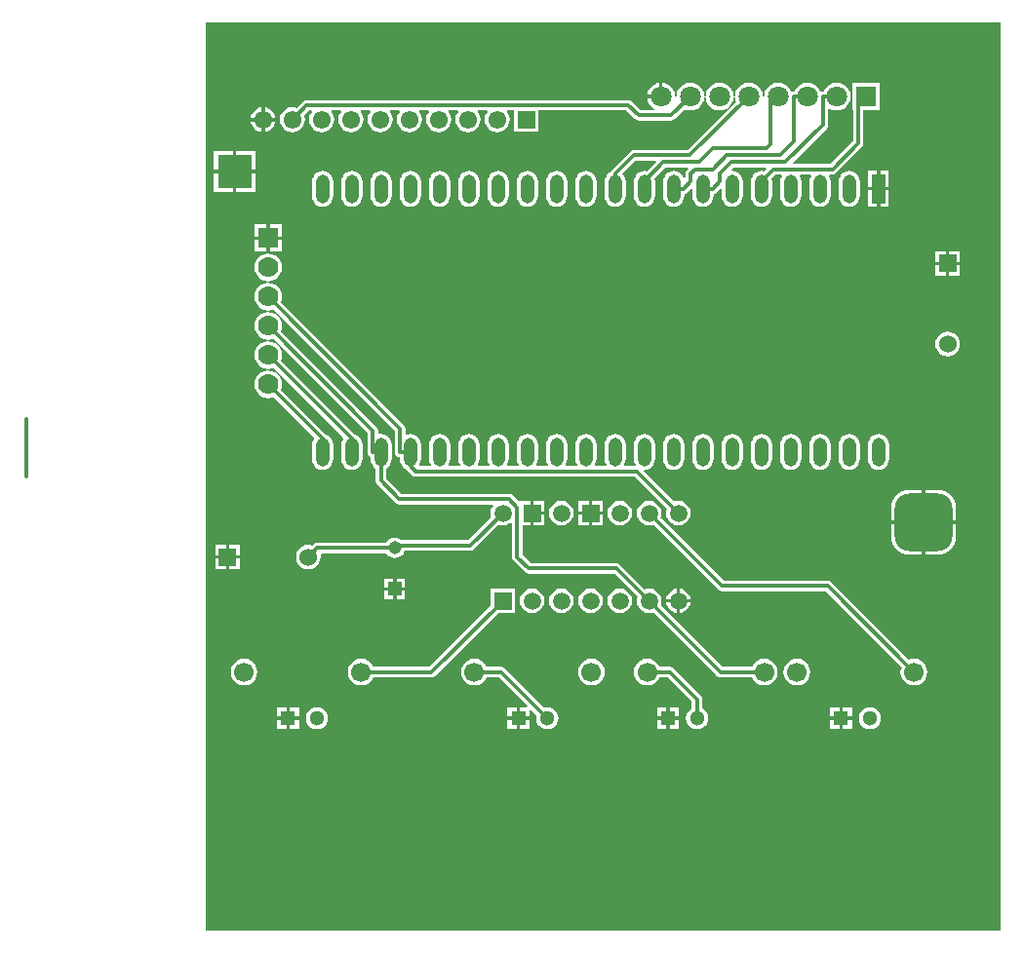
<source format=gbl>
G04 Layer_Physical_Order=2*
G04 Layer_Color=11436288*
%FSLAX25Y25*%
%MOIN*%
G70*
G01*
G75*
%ADD11C,0.01181*%
%ADD12R,0.11811X0.11811*%
G04:AMPARAMS|DCode=13|XSize=196.85mil|YSize=196.85mil|CornerRadius=49.21mil|HoleSize=0mil|Usage=FLASHONLY|Rotation=0.000|XOffset=0mil|YOffset=0mil|HoleType=Round|Shape=RoundedRectangle|*
%AMROUNDEDRECTD13*
21,1,0.19685,0.09843,0,0,0.0*
21,1,0.09843,0.19685,0,0,0.0*
1,1,0.09843,0.04921,-0.04921*
1,1,0.09843,-0.04921,-0.04921*
1,1,0.09843,-0.04921,0.04921*
1,1,0.09843,0.04921,0.04921*
%
%ADD13ROUNDEDRECTD13*%
%ADD14C,0.05118*%
%ADD15R,0.05118X0.05118*%
%ADD16C,0.07000*%
%ADD17R,0.07000X0.07000*%
%ADD18C,0.06693*%
%ADD19R,0.07087X0.07087*%
%ADD20C,0.07087*%
%ADD21C,0.06102*%
%ADD22R,0.06102X0.06102*%
%ADD23C,0.06000*%
%ADD24R,0.06000X0.06000*%
%ADD25R,0.04724X0.09843*%
%ADD26O,0.04724X0.09843*%
%ADD27R,0.05906X0.05906*%
%ADD28C,0.05906*%
%ADD29C,0.04500*%
%ADD30R,0.04500X0.04500*%
%ADD31R,0.06000X0.06000*%
G36*
X332932Y61263D02*
X61263D01*
Y371808D01*
X332932D01*
Y61263D01*
D02*
G37*
%LPC*%
G36*
X125394Y177449D02*
X122553D01*
Y174608D01*
X125394D01*
Y177449D01*
D02*
G37*
G36*
X223504Y178068D02*
Y174567D01*
X227005D01*
X226941Y175056D01*
X226524Y176061D01*
X225862Y176925D01*
X224998Y177587D01*
X223992Y178004D01*
X223504Y178068D01*
D02*
G37*
G36*
X222323D02*
X221834Y178004D01*
X220829Y177587D01*
X219965Y176925D01*
X219303Y176061D01*
X218886Y175056D01*
X218822Y174567D01*
X222323D01*
Y178068D01*
D02*
G37*
G36*
X129415Y181471D02*
X126575D01*
Y178630D01*
X129415D01*
Y181471D01*
D02*
G37*
G36*
X125394D02*
X122553D01*
Y178630D01*
X125394D01*
Y181471D01*
D02*
G37*
G36*
X129415Y177449D02*
X126575D01*
Y174608D01*
X129415D01*
Y177449D01*
D02*
G37*
G36*
X192913Y178146D02*
X191834Y178004D01*
X190829Y177587D01*
X189965Y176925D01*
X189303Y176061D01*
X188886Y175056D01*
X188744Y173976D01*
X188886Y172897D01*
X189303Y171892D01*
X189965Y171028D01*
X190829Y170366D01*
X191834Y169949D01*
X192913Y169807D01*
X193993Y169949D01*
X194998Y170366D01*
X195862Y171028D01*
X196524Y171892D01*
X196941Y172897D01*
X197083Y173976D01*
X196941Y175056D01*
X196524Y176061D01*
X195862Y176925D01*
X194998Y177587D01*
X193993Y178004D01*
X192913Y178146D01*
D02*
G37*
G36*
X182913D02*
X181834Y178004D01*
X180829Y177587D01*
X179965Y176925D01*
X179303Y176061D01*
X178886Y175056D01*
X178744Y173976D01*
X178886Y172897D01*
X179303Y171892D01*
X179965Y171028D01*
X180829Y170366D01*
X181834Y169949D01*
X182913Y169807D01*
X183993Y169949D01*
X184998Y170366D01*
X185862Y171028D01*
X186524Y171892D01*
X186941Y172897D01*
X187083Y173976D01*
X186941Y175056D01*
X186524Y176061D01*
X185862Y176925D01*
X184998Y177587D01*
X183993Y178004D01*
X182913Y178146D01*
D02*
G37*
G36*
X172913D02*
X171834Y178004D01*
X170829Y177587D01*
X169965Y176925D01*
X169302Y176061D01*
X168886Y175056D01*
X168744Y173976D01*
X168886Y172897D01*
X169302Y171892D01*
X169965Y171028D01*
X170829Y170366D01*
X171834Y169949D01*
X172913Y169807D01*
X173993Y169949D01*
X174998Y170366D01*
X175862Y171028D01*
X176524Y171892D01*
X176941Y172897D01*
X177083Y173976D01*
X176941Y175056D01*
X176524Y176061D01*
X175862Y176925D01*
X174998Y177587D01*
X173993Y178004D01*
X172913Y178146D01*
D02*
G37*
G36*
X227005Y173386D02*
X223504D01*
Y169885D01*
X223992Y169949D01*
X224998Y170366D01*
X225862Y171028D01*
X226524Y171892D01*
X226941Y172897D01*
X227005Y173386D01*
D02*
G37*
G36*
X222323D02*
X218822D01*
X218886Y172897D01*
X219303Y171892D01*
X219965Y171028D01*
X220829Y170366D01*
X221834Y169949D01*
X222323Y169885D01*
Y173386D01*
D02*
G37*
G36*
X202913Y178146D02*
X201834Y178004D01*
X200829Y177587D01*
X199965Y176925D01*
X199302Y176061D01*
X198886Y175056D01*
X198744Y173976D01*
X198886Y172897D01*
X199302Y171892D01*
X199965Y171028D01*
X200829Y170366D01*
X201834Y169949D01*
X202913Y169807D01*
X203993Y169949D01*
X204998Y170366D01*
X205862Y171028D01*
X206524Y171892D01*
X206941Y172897D01*
X207083Y173976D01*
X206941Y175056D01*
X206524Y176061D01*
X205862Y176925D01*
X204998Y177587D01*
X203993Y178004D01*
X202913Y178146D01*
D02*
G37*
G36*
X177047Y203386D02*
X173504D01*
Y199843D01*
X177047D01*
Y203386D01*
D02*
G37*
G36*
X202913Y208146D02*
X201834Y208004D01*
X200829Y207587D01*
X199965Y206925D01*
X199302Y206061D01*
X198886Y205055D01*
X198744Y203976D01*
X198886Y202897D01*
X199302Y201892D01*
X199965Y201028D01*
X200829Y200365D01*
X201834Y199949D01*
X202913Y199807D01*
X203993Y199949D01*
X204998Y200365D01*
X205862Y201028D01*
X206524Y201892D01*
X206941Y202897D01*
X207083Y203976D01*
X206941Y205055D01*
X206524Y206061D01*
X205862Y206925D01*
X204998Y207587D01*
X203993Y208004D01*
X202913Y208146D01*
D02*
G37*
G36*
X182913D02*
X181834Y208004D01*
X180829Y207587D01*
X179965Y206925D01*
X179303Y206061D01*
X178886Y205055D01*
X178744Y203976D01*
X178886Y202897D01*
X179303Y201892D01*
X179965Y201028D01*
X180829Y200365D01*
X181834Y199949D01*
X182913Y199807D01*
X183993Y199949D01*
X184998Y200365D01*
X185862Y201028D01*
X186524Y201892D01*
X186941Y202897D01*
X187083Y203976D01*
X186941Y205055D01*
X186524Y206061D01*
X185862Y206925D01*
X184998Y207587D01*
X183993Y208004D01*
X182913Y208146D01*
D02*
G37*
G36*
X306102Y211841D02*
X301772D01*
X300575Y211723D01*
X299425Y211374D01*
X298365Y210807D01*
X297436Y210045D01*
X296673Y209115D01*
X296107Y208055D01*
X295758Y206905D01*
X295640Y205709D01*
Y201378D01*
X306102D01*
Y211841D01*
D02*
G37*
G36*
X197047Y203386D02*
X193504D01*
Y199843D01*
X197047D01*
Y203386D01*
D02*
G37*
G36*
X192323D02*
X188779D01*
Y199843D01*
X192323D01*
Y203386D01*
D02*
G37*
G36*
X68307Y193157D02*
X64717D01*
Y189567D01*
X68307D01*
Y193157D01*
D02*
G37*
G36*
X73079Y188386D02*
X69488D01*
Y184795D01*
X73079D01*
Y188386D01*
D02*
G37*
G36*
X68307D02*
X64717D01*
Y184795D01*
X68307D01*
Y188386D01*
D02*
G37*
G36*
X317746Y200197D02*
X307283D01*
Y189734D01*
X311614D01*
X312810Y189852D01*
X313961Y190201D01*
X315021Y190768D01*
X315950Y191530D01*
X316713Y192459D01*
X317279Y193520D01*
X317628Y194670D01*
X317746Y195866D01*
Y200197D01*
D02*
G37*
G36*
X306102D02*
X295640D01*
Y195866D01*
X295758Y194670D01*
X296107Y193520D01*
X296673Y192459D01*
X297436Y191530D01*
X298365Y190768D01*
X299425Y190201D01*
X300575Y189852D01*
X301772Y189734D01*
X306102D01*
Y200197D01*
D02*
G37*
G36*
X73079Y193157D02*
X69488D01*
Y189567D01*
X73079D01*
Y193157D01*
D02*
G37*
G36*
X167047Y178110D02*
X158780D01*
Y172397D01*
X137795Y151413D01*
X118641D01*
X118443Y151890D01*
X117717Y152836D01*
X116771Y153561D01*
X115670Y154017D01*
X114488Y154173D01*
X113306Y154017D01*
X112205Y153561D01*
X111259Y152836D01*
X110533Y151890D01*
X110077Y150788D01*
X109922Y149606D01*
X110077Y148424D01*
X110533Y147323D01*
X111259Y146377D01*
X112205Y145652D01*
X113306Y145195D01*
X114488Y145040D01*
X115670Y145195D01*
X116771Y145652D01*
X117717Y146377D01*
X118443Y147323D01*
X118641Y147800D01*
X138543D01*
X139235Y147938D01*
X139821Y148329D01*
X161334Y169843D01*
X167047D01*
Y178110D01*
D02*
G37*
G36*
X218898Y133268D02*
X215748D01*
Y130118D01*
X218898D01*
Y133268D01*
D02*
G37*
G36*
X172047D02*
X168898D01*
Y130118D01*
X172047D01*
Y133268D01*
D02*
G37*
G36*
X167717D02*
X164567D01*
Y130118D01*
X167717D01*
Y133268D01*
D02*
G37*
G36*
X282284D02*
X279134D01*
Y130118D01*
X282284D01*
Y133268D01*
D02*
G37*
G36*
X277953D02*
X274803D01*
Y130118D01*
X277953D01*
Y133268D01*
D02*
G37*
G36*
X223228D02*
X220079D01*
Y130118D01*
X223228D01*
Y133268D01*
D02*
G37*
G36*
X212283Y154173D02*
X211102Y154017D01*
X210000Y153561D01*
X209054Y152836D01*
X208329Y151890D01*
X207872Y150788D01*
X207717Y149606D01*
X207872Y148424D01*
X208329Y147323D01*
X209054Y146377D01*
X210000Y145652D01*
X211102Y145195D01*
X212283Y145040D01*
X213465Y145195D01*
X214567Y145652D01*
X215512Y146377D01*
X216238Y147323D01*
X216436Y147800D01*
X219252D01*
X227524Y139528D01*
Y137158D01*
X227444Y137125D01*
X226663Y136526D01*
X226064Y135744D01*
X225687Y134835D01*
X225558Y133858D01*
X225687Y132882D01*
X226064Y131972D01*
X226663Y131191D01*
X227444Y130591D01*
X228354Y130214D01*
X229331Y130086D01*
X230307Y130214D01*
X231217Y130591D01*
X231998Y131191D01*
X232598Y131972D01*
X232975Y132882D01*
X233103Y133858D01*
X232975Y134835D01*
X232598Y135744D01*
X231998Y136526D01*
X231217Y137125D01*
X231137Y137158D01*
Y140276D01*
X230999Y140967D01*
X230608Y141553D01*
X221277Y150884D01*
X220691Y151275D01*
X220000Y151413D01*
X216436D01*
X216238Y151890D01*
X215512Y152836D01*
X214567Y153561D01*
X213465Y154017D01*
X212283Y154173D01*
D02*
G37*
G36*
X153228D02*
X152046Y154017D01*
X150945Y153561D01*
X149999Y152836D01*
X149273Y151890D01*
X148817Y150788D01*
X148662Y149606D01*
X148817Y148424D01*
X149273Y147323D01*
X149999Y146377D01*
X150945Y145652D01*
X152046Y145195D01*
X153228Y145040D01*
X154410Y145195D01*
X155511Y145652D01*
X156457Y146377D01*
X157183Y147323D01*
X157381Y147800D01*
X161653D01*
X171393Y138060D01*
X171202Y137598D01*
X168898D01*
Y134449D01*
X172047D01*
Y136753D01*
X172509Y136944D01*
X174539Y134914D01*
X174506Y134835D01*
X174377Y133858D01*
X174506Y132882D01*
X174883Y131972D01*
X175482Y131191D01*
X176263Y130591D01*
X177173Y130214D01*
X178150Y130086D01*
X179126Y130214D01*
X180036Y130591D01*
X180817Y131191D01*
X181417Y131972D01*
X181793Y132882D01*
X181922Y133858D01*
X181793Y134835D01*
X181417Y135744D01*
X180817Y136526D01*
X180036Y137125D01*
X179126Y137502D01*
X178150Y137631D01*
X177173Y137502D01*
X177093Y137469D01*
X163679Y150884D01*
X163093Y151275D01*
X162401Y151413D01*
X157381D01*
X157183Y151890D01*
X156457Y152836D01*
X155511Y153561D01*
X154410Y154017D01*
X153228Y154173D01*
D02*
G37*
G36*
X99410Y137631D02*
X98433Y137502D01*
X97523Y137125D01*
X96742Y136526D01*
X96143Y135744D01*
X95766Y134835D01*
X95637Y133858D01*
X95766Y132882D01*
X96143Y131972D01*
X96742Y131191D01*
X97523Y130591D01*
X98433Y130214D01*
X99410Y130086D01*
X100386Y130214D01*
X101296Y130591D01*
X102077Y131191D01*
X102677Y131972D01*
X103053Y132882D01*
X103182Y133858D01*
X103053Y134835D01*
X102677Y135744D01*
X102077Y136526D01*
X101296Y137125D01*
X100386Y137502D01*
X99410Y137631D01*
D02*
G37*
G36*
X93307Y133268D02*
X90158D01*
Y130118D01*
X93307D01*
Y133268D01*
D02*
G37*
G36*
X88976D02*
X85827D01*
Y130118D01*
X88976D01*
Y133268D01*
D02*
G37*
G36*
X288386Y137631D02*
X287409Y137502D01*
X286500Y137125D01*
X285718Y136526D01*
X285119Y135744D01*
X284742Y134835D01*
X284613Y133858D01*
X284742Y132882D01*
X285119Y131972D01*
X285718Y131191D01*
X286500Y130591D01*
X287409Y130214D01*
X288386Y130086D01*
X289362Y130214D01*
X290272Y130591D01*
X291053Y131191D01*
X291653Y131972D01*
X292030Y132882D01*
X292158Y133858D01*
X292030Y134835D01*
X291653Y135744D01*
X291053Y136526D01*
X290272Y137125D01*
X289362Y137502D01*
X288386Y137631D01*
D02*
G37*
G36*
X212913Y208146D02*
X211834Y208004D01*
X210829Y207587D01*
X209965Y206925D01*
X209302Y206061D01*
X208886Y205055D01*
X208744Y203976D01*
X208886Y202897D01*
X209302Y201892D01*
X209965Y201028D01*
X210829Y200365D01*
X211834Y199949D01*
X212913Y199807D01*
X213993Y199949D01*
X214271Y200064D01*
X236613Y177723D01*
X237198Y177331D01*
X237890Y177194D01*
X273323D01*
X299251Y151265D01*
X299054Y150788D01*
X298898Y149606D01*
X299054Y148424D01*
X299510Y147323D01*
X300236Y146377D01*
X301181Y145651D01*
X302283Y145195D01*
X303465Y145040D01*
X304646Y145195D01*
X305748Y145651D01*
X306694Y146377D01*
X307419Y147323D01*
X307876Y148424D01*
X308031Y149606D01*
X307876Y150788D01*
X307419Y151890D01*
X306694Y152835D01*
X305748Y153561D01*
X304646Y154017D01*
X303465Y154173D01*
X302283Y154017D01*
X301806Y153820D01*
X275348Y180277D01*
X274762Y180669D01*
X274071Y180806D01*
X238638D01*
X216826Y202619D01*
X216941Y202897D01*
X217083Y203976D01*
X216941Y205055D01*
X216524Y206061D01*
X215862Y206925D01*
X214998Y207587D01*
X213993Y208004D01*
X212913Y208146D01*
D02*
G37*
G36*
X263465Y154173D02*
X262283Y154017D01*
X261181Y153561D01*
X260236Y152835D01*
X259510Y151890D01*
X259054Y150788D01*
X258898Y149606D01*
X259054Y148424D01*
X259510Y147323D01*
X260236Y146377D01*
X261181Y145651D01*
X262283Y145195D01*
X263465Y145040D01*
X264647Y145195D01*
X265748Y145651D01*
X266694Y146377D01*
X267419Y147323D01*
X267876Y148424D01*
X268031Y149606D01*
X267876Y150788D01*
X267419Y151890D01*
X266694Y152835D01*
X265748Y153561D01*
X264647Y154017D01*
X263465Y154173D01*
D02*
G37*
G36*
X282284Y137598D02*
X279134D01*
Y134449D01*
X282284D01*
Y137598D01*
D02*
G37*
G36*
X82677Y272753D02*
X81455Y272592D01*
X80317Y272120D01*
X79339Y271370D01*
X78588Y270392D01*
X78117Y269254D01*
X77956Y268032D01*
X78117Y266810D01*
X78588Y265671D01*
X79339Y264693D01*
X80317Y263943D01*
X81455Y263471D01*
X82677Y263310D01*
X83899Y263471D01*
X84454Y263701D01*
X116694Y231461D01*
Y224961D01*
X116831Y224269D01*
X117223Y223683D01*
X117765Y223321D01*
Y222401D01*
X117886Y221477D01*
X118244Y220615D01*
X118812Y219874D01*
X119532Y219321D01*
Y215000D01*
X119670Y214309D01*
X120061Y213723D01*
X126261Y207523D01*
X126847Y207131D01*
X127539Y206994D01*
X159388D01*
X159634Y206494D01*
X159302Y206061D01*
X158886Y205055D01*
X158744Y203976D01*
X158886Y202897D01*
X159001Y202619D01*
X151102Y194720D01*
X128127D01*
X127715Y195036D01*
X126880Y195382D01*
X125984Y195500D01*
X125089Y195382D01*
X124254Y195036D01*
X123537Y194486D01*
X123046Y193846D01*
X99520D01*
X98828Y193708D01*
X98242Y193317D01*
X97850Y192925D01*
X97548Y193050D01*
X96457Y193194D01*
X95365Y193050D01*
X94348Y192629D01*
X93475Y191958D01*
X92804Y191085D01*
X92383Y190068D01*
X92239Y188976D01*
X92383Y187885D01*
X92804Y186868D01*
X93475Y185994D01*
X94348Y185324D01*
X95365Y184903D01*
X96457Y184759D01*
X97548Y184903D01*
X98565Y185324D01*
X99439Y185994D01*
X100109Y186868D01*
X100530Y187885D01*
X100674Y188976D01*
X100574Y189733D01*
X100968Y190233D01*
X123046D01*
X123537Y189592D01*
X124254Y189042D01*
X125089Y188697D01*
X125984Y188579D01*
X126880Y188697D01*
X127715Y189042D01*
X128431Y189592D01*
X128981Y190309D01*
X129312Y191107D01*
X151850D01*
X152542Y191244D01*
X153128Y191636D01*
X161556Y200064D01*
X161834Y199949D01*
X162913Y199807D01*
X163993Y199949D01*
X164998Y200365D01*
X165594Y200822D01*
X166094Y200576D01*
Y188976D01*
X166231Y188285D01*
X166623Y187699D01*
X170560Y183762D01*
X171146Y183370D01*
X171837Y183233D01*
X201102D01*
X209001Y175334D01*
X208886Y175056D01*
X208744Y173976D01*
X208886Y172897D01*
X209302Y171892D01*
X209965Y171028D01*
X210829Y170366D01*
X211834Y169949D01*
X212913Y169807D01*
X213993Y169949D01*
X214271Y170064D01*
X236006Y148329D01*
X236592Y147938D01*
X237283Y147800D01*
X248131D01*
X248329Y147323D01*
X249054Y146377D01*
X250000Y145652D01*
X251101Y145195D01*
X252283Y145040D01*
X253465Y145195D01*
X254567Y145652D01*
X255512Y146377D01*
X256238Y147323D01*
X256694Y148424D01*
X256850Y149606D01*
X256694Y150788D01*
X256238Y151890D01*
X255512Y152836D01*
X254567Y153561D01*
X253465Y154017D01*
X252283Y154173D01*
X251101Y154017D01*
X250000Y153561D01*
X249054Y152836D01*
X248329Y151890D01*
X248131Y151413D01*
X238032D01*
X216826Y172619D01*
X216941Y172897D01*
X217083Y173976D01*
X216941Y175056D01*
X216524Y176061D01*
X215862Y176925D01*
X214998Y177587D01*
X213993Y178004D01*
X212913Y178146D01*
X211834Y178004D01*
X211556Y177889D01*
X203128Y186317D01*
X202542Y186708D01*
X201850Y186846D01*
X172585D01*
X169706Y189725D01*
Y199843D01*
X172323D01*
Y203976D01*
Y208110D01*
X168780D01*
X168780Y208110D01*
Y208110D01*
X168324Y208031D01*
X166277Y210077D01*
X165691Y210469D01*
X165000Y210606D01*
X128287D01*
X123145Y215748D01*
Y219321D01*
X123866Y219874D01*
X124434Y220615D01*
X124791Y221477D01*
X124913Y222401D01*
Y227520D01*
X124791Y228445D01*
X124434Y229307D01*
X123866Y230047D01*
X123126Y230615D01*
X122264Y230972D01*
X121339Y231094D01*
X120806Y231024D01*
X120306Y231443D01*
Y232209D01*
X120169Y232900D01*
X119777Y233486D01*
X87008Y266255D01*
X87238Y266810D01*
X87399Y268032D01*
X87238Y269254D01*
X86766Y270392D01*
X86016Y271370D01*
X85038Y272120D01*
X83899Y272592D01*
X82677Y272753D01*
D02*
G37*
G36*
X193228Y154173D02*
X192046Y154017D01*
X190945Y153561D01*
X189999Y152836D01*
X189273Y151890D01*
X188817Y150788D01*
X188662Y149606D01*
X188817Y148424D01*
X189273Y147323D01*
X189999Y146377D01*
X190945Y145652D01*
X192046Y145195D01*
X193228Y145040D01*
X194410Y145195D01*
X195511Y145652D01*
X196457Y146377D01*
X197183Y147323D01*
X197639Y148424D01*
X197795Y149606D01*
X197639Y150788D01*
X197183Y151890D01*
X196457Y152836D01*
X195511Y153561D01*
X194410Y154017D01*
X193228Y154173D01*
D02*
G37*
G36*
X74488D02*
X73306Y154017D01*
X72205Y153561D01*
X71259Y152836D01*
X70533Y151890D01*
X70077Y150788D01*
X69922Y149606D01*
X70077Y148424D01*
X70533Y147323D01*
X71259Y146377D01*
X72205Y145652D01*
X73306Y145195D01*
X74488Y145040D01*
X75670Y145195D01*
X76771Y145652D01*
X77717Y146377D01*
X78443Y147323D01*
X78899Y148424D01*
X79055Y149606D01*
X78899Y150788D01*
X78443Y151890D01*
X77717Y152836D01*
X76771Y153561D01*
X75670Y154017D01*
X74488Y154173D01*
D02*
G37*
G36*
X167717Y137598D02*
X164567D01*
Y134449D01*
X167717D01*
Y137598D01*
D02*
G37*
G36*
X93307D02*
X90158D01*
Y134449D01*
X93307D01*
Y137598D01*
D02*
G37*
G36*
X88976D02*
X85827D01*
Y134449D01*
X88976D01*
Y137598D01*
D02*
G37*
G36*
X277953D02*
X274803D01*
Y134449D01*
X277953D01*
Y137598D01*
D02*
G37*
G36*
X223228D02*
X220079D01*
Y134449D01*
X223228D01*
Y137598D01*
D02*
G37*
G36*
X218898D02*
X215748D01*
Y134449D01*
X218898D01*
Y137598D01*
D02*
G37*
G36*
X181339Y321094D02*
X180414Y320972D01*
X179552Y320615D01*
X178812Y320047D01*
X178244Y319307D01*
X177886Y318445D01*
X177765Y317520D01*
Y312402D01*
X177886Y311476D01*
X178244Y310615D01*
X178812Y309874D01*
X179552Y309307D01*
X180414Y308949D01*
X181339Y308828D01*
X182264Y308949D01*
X183125Y309307D01*
X183866Y309874D01*
X184434Y310615D01*
X184791Y311476D01*
X184913Y312402D01*
Y317520D01*
X184791Y318445D01*
X184434Y319307D01*
X183866Y320047D01*
X183125Y320615D01*
X182264Y320972D01*
X181339Y321094D01*
D02*
G37*
G36*
X171339D02*
X170414Y320972D01*
X169552Y320615D01*
X168812Y320047D01*
X168244Y319307D01*
X167886Y318445D01*
X167765Y317520D01*
Y312402D01*
X167886Y311476D01*
X168244Y310615D01*
X168812Y309874D01*
X169552Y309307D01*
X170414Y308949D01*
X171339Y308828D01*
X172264Y308949D01*
X173126Y309307D01*
X173866Y309874D01*
X174434Y310615D01*
X174791Y311476D01*
X174913Y312402D01*
Y317520D01*
X174791Y318445D01*
X174434Y319307D01*
X173866Y320047D01*
X173126Y320615D01*
X172264Y320972D01*
X171339Y321094D01*
D02*
G37*
G36*
X161339D02*
X160414Y320972D01*
X159552Y320615D01*
X158811Y320047D01*
X158244Y319307D01*
X157887Y318445D01*
X157765Y317520D01*
Y312402D01*
X157887Y311476D01*
X158244Y310615D01*
X158811Y309874D01*
X159552Y309307D01*
X160414Y308949D01*
X161339Y308828D01*
X162264Y308949D01*
X163126Y309307D01*
X163866Y309874D01*
X164434Y310615D01*
X164791Y311476D01*
X164912Y312402D01*
Y317520D01*
X164791Y318445D01*
X164434Y319307D01*
X163866Y320047D01*
X163126Y320615D01*
X162264Y320972D01*
X161339Y321094D01*
D02*
G37*
G36*
X290748Y314370D02*
X287795D01*
Y308858D01*
X290748D01*
Y314370D01*
D02*
G37*
G36*
X281339Y321094D02*
X280414Y320972D01*
X279552Y320615D01*
X278812Y320047D01*
X278243Y319307D01*
X277887Y318445D01*
X277765Y317520D01*
Y312402D01*
X277887Y311476D01*
X278243Y310615D01*
X278812Y309874D01*
X279552Y309307D01*
X280414Y308949D01*
X281339Y308828D01*
X282264Y308949D01*
X283125Y309307D01*
X283866Y309874D01*
X284434Y310615D01*
X284791Y311476D01*
X284912Y312402D01*
Y317520D01*
X284791Y318445D01*
X284434Y319307D01*
X283866Y320047D01*
X283125Y320615D01*
X282264Y320972D01*
X281339Y321094D01*
D02*
G37*
G36*
X191339D02*
X190414Y320972D01*
X189552Y320615D01*
X188812Y320047D01*
X188243Y319307D01*
X187887Y318445D01*
X187765Y317520D01*
Y312402D01*
X187887Y311476D01*
X188243Y310615D01*
X188812Y309874D01*
X189552Y309307D01*
X190414Y308949D01*
X191339Y308828D01*
X192264Y308949D01*
X193125Y309307D01*
X193866Y309874D01*
X194434Y310615D01*
X194791Y311476D01*
X194913Y312402D01*
Y317520D01*
X194791Y318445D01*
X194434Y319307D01*
X193866Y320047D01*
X193125Y320615D01*
X192264Y320972D01*
X191339Y321094D01*
D02*
G37*
G36*
X121339D02*
X120414Y320972D01*
X119552Y320615D01*
X118812Y320047D01*
X118244Y319307D01*
X117886Y318445D01*
X117765Y317520D01*
Y312402D01*
X117886Y311476D01*
X118244Y310615D01*
X118812Y309874D01*
X119552Y309307D01*
X120414Y308949D01*
X121339Y308828D01*
X122264Y308949D01*
X123126Y309307D01*
X123866Y309874D01*
X124434Y310615D01*
X124791Y311476D01*
X124913Y312402D01*
Y317520D01*
X124791Y318445D01*
X124434Y319307D01*
X123866Y320047D01*
X123126Y320615D01*
X122264Y320972D01*
X121339Y321094D01*
D02*
G37*
G36*
X111339D02*
X110414Y320972D01*
X109552Y320615D01*
X108811Y320047D01*
X108244Y319307D01*
X107887Y318445D01*
X107765Y317520D01*
Y312402D01*
X107887Y311476D01*
X108244Y310615D01*
X108811Y309874D01*
X109552Y309307D01*
X110414Y308949D01*
X111339Y308828D01*
X112264Y308949D01*
X113126Y309307D01*
X113866Y309874D01*
X114434Y310615D01*
X114791Y311476D01*
X114912Y312402D01*
Y317520D01*
X114791Y318445D01*
X114434Y319307D01*
X113866Y320047D01*
X113126Y320615D01*
X112264Y320972D01*
X111339Y321094D01*
D02*
G37*
G36*
X101339D02*
X100414Y320972D01*
X99552Y320615D01*
X98812Y320047D01*
X98243Y319307D01*
X97887Y318445D01*
X97765Y317520D01*
Y312402D01*
X97887Y311476D01*
X98243Y310615D01*
X98812Y309874D01*
X99552Y309307D01*
X100414Y308949D01*
X101339Y308828D01*
X102264Y308949D01*
X103126Y309307D01*
X103866Y309874D01*
X104434Y310615D01*
X104791Y311476D01*
X104912Y312402D01*
Y317520D01*
X104791Y318445D01*
X104434Y319307D01*
X103866Y320047D01*
X103126Y320615D01*
X102264Y320972D01*
X101339Y321094D01*
D02*
G37*
G36*
X151339D02*
X150414Y320972D01*
X149552Y320615D01*
X148811Y320047D01*
X148243Y319307D01*
X147887Y318445D01*
X147765Y317520D01*
Y312402D01*
X147887Y311476D01*
X148243Y310615D01*
X148811Y309874D01*
X149552Y309307D01*
X150414Y308949D01*
X151339Y308828D01*
X152264Y308949D01*
X153126Y309307D01*
X153866Y309874D01*
X154434Y310615D01*
X154791Y311476D01*
X154912Y312402D01*
Y317520D01*
X154791Y318445D01*
X154434Y319307D01*
X153866Y320047D01*
X153126Y320615D01*
X152264Y320972D01*
X151339Y321094D01*
D02*
G37*
G36*
X141339D02*
X140414Y320972D01*
X139552Y320615D01*
X138812Y320047D01*
X138243Y319307D01*
X137887Y318445D01*
X137765Y317520D01*
Y312402D01*
X137887Y311476D01*
X138243Y310615D01*
X138812Y309874D01*
X139552Y309307D01*
X140414Y308949D01*
X141339Y308828D01*
X142264Y308949D01*
X143125Y309307D01*
X143866Y309874D01*
X144434Y310615D01*
X144791Y311476D01*
X144913Y312402D01*
Y317520D01*
X144791Y318445D01*
X144434Y319307D01*
X143866Y320047D01*
X143125Y320615D01*
X142264Y320972D01*
X141339Y321094D01*
D02*
G37*
G36*
X131339D02*
X130414Y320972D01*
X129552Y320615D01*
X128812Y320047D01*
X128244Y319307D01*
X127886Y318445D01*
X127765Y317520D01*
Y312402D01*
X127886Y311476D01*
X128244Y310615D01*
X128812Y309874D01*
X129552Y309307D01*
X130414Y308949D01*
X131339Y308828D01*
X132264Y308949D01*
X133125Y309307D01*
X133866Y309874D01*
X134434Y310615D01*
X134791Y311476D01*
X134913Y312402D01*
Y317520D01*
X134791Y318445D01*
X134434Y319307D01*
X133866Y320047D01*
X133125Y320615D01*
X132264Y320972D01*
X131339Y321094D01*
D02*
G37*
G36*
X294882Y314370D02*
X291929D01*
Y308858D01*
X294882D01*
Y314370D01*
D02*
G37*
G36*
X80394Y342774D02*
X79879Y342706D01*
X78850Y342280D01*
X77966Y341601D01*
X77287Y340717D01*
X76861Y339687D01*
X76793Y339173D01*
X80394D01*
Y342774D01*
D02*
G37*
G36*
X85175Y337992D02*
X81575D01*
Y334392D01*
X82089Y334459D01*
X83119Y334886D01*
X84003Y335564D01*
X84681Y336448D01*
X85107Y337478D01*
X85175Y337992D01*
D02*
G37*
G36*
X80394D02*
X76793D01*
X76861Y337478D01*
X77287Y336448D01*
X77966Y335564D01*
X78850Y334886D01*
X79879Y334459D01*
X80394Y334392D01*
Y337992D01*
D02*
G37*
G36*
X276969Y351222D02*
X275735Y351059D01*
X274586Y350583D01*
X273599Y349826D01*
X272842Y348839D01*
X272603Y348263D01*
X272300D01*
X271609Y348126D01*
X271360Y348201D01*
X271095Y348839D01*
X270338Y349826D01*
X269351Y350583D01*
X268202Y351059D01*
X266969Y351222D01*
X265735Y351059D01*
X264586Y350583D01*
X263599Y349826D01*
X262842Y348839D01*
X262603Y348263D01*
X262300D01*
X261609Y348126D01*
X261360Y348201D01*
X261095Y348839D01*
X260338Y349826D01*
X259351Y350583D01*
X258202Y351059D01*
X256969Y351222D01*
X255735Y351059D01*
X254586Y350583D01*
X253599Y349826D01*
X252842Y348839D01*
X252366Y347690D01*
X252250Y346813D01*
Y346813D01*
X252221Y346588D01*
X252218D01*
X252202D01*
X252172D01*
X251765D01*
X251736Y346588D01*
X251719Y346588D01*
X251716D01*
X251687Y346813D01*
Y346813D01*
X251571Y347690D01*
X251095Y348839D01*
X250338Y349826D01*
X249351Y350583D01*
X248202Y351059D01*
X246969Y351222D01*
X245735Y351059D01*
X244586Y350583D01*
X243599Y349826D01*
X242842Y348839D01*
X242366Y347690D01*
X242250Y346813D01*
Y346813D01*
X242221Y346588D01*
X242218D01*
X242201D01*
X242173D01*
X241765D01*
X241736Y346588D01*
X241719Y346588D01*
X241717D01*
X241687Y346813D01*
Y346813D01*
X241571Y347690D01*
X241095Y348839D01*
X240338Y349826D01*
X239351Y350583D01*
X238202Y351059D01*
X236969Y351222D01*
X235735Y351059D01*
X234586Y350583D01*
X233599Y349826D01*
X232842Y348839D01*
X232366Y347690D01*
X232250Y346813D01*
Y346813D01*
X232221Y346588D01*
X232218D01*
X232202D01*
X232172D01*
X231765D01*
X231736Y346588D01*
X231719Y346588D01*
X231716D01*
X231687Y346813D01*
Y346813D01*
X231571Y347690D01*
X231095Y348839D01*
X230338Y349826D01*
X229351Y350583D01*
X228202Y351059D01*
X226969Y351222D01*
X225735Y351059D01*
X224586Y350583D01*
X223599Y349826D01*
X222842Y348839D01*
X222366Y347690D01*
X222250Y346813D01*
Y346813D01*
X222221Y346588D01*
X222218D01*
X222201D01*
X222172D01*
X221765D01*
X221736Y346588D01*
X221719Y346588D01*
X221716D01*
X221687Y346813D01*
Y346813D01*
X221571Y347690D01*
X221095Y348839D01*
X220338Y349826D01*
X219351Y350583D01*
X218202Y351059D01*
X217559Y351144D01*
Y346457D01*
X216969D01*
Y345866D01*
X212281D01*
X212366Y345223D01*
X212842Y344074D01*
X213599Y343087D01*
X214586Y342330D01*
X214643Y342306D01*
X214543Y341806D01*
X210060D01*
X207089Y344777D01*
X206503Y345169D01*
X205812Y345306D01*
X95902D01*
X95210Y345169D01*
X94624Y344777D01*
X92417Y342570D01*
X92089Y342706D01*
X90984Y342851D01*
X89879Y342706D01*
X88850Y342280D01*
X87966Y341601D01*
X87287Y340717D01*
X86861Y339687D01*
X86715Y338583D01*
X86861Y337478D01*
X87287Y336448D01*
X87966Y335564D01*
X88850Y334886D01*
X89879Y334459D01*
X90984Y334314D01*
X92089Y334459D01*
X93119Y334886D01*
X94003Y335564D01*
X94681Y336448D01*
X95108Y337478D01*
X95253Y338583D01*
X95108Y339687D01*
X94972Y340016D01*
X96650Y341694D01*
X97407D01*
X97653Y341194D01*
X97287Y340717D01*
X96861Y339687D01*
X96715Y338583D01*
X96861Y337478D01*
X97287Y336448D01*
X97966Y335564D01*
X98850Y334886D01*
X99879Y334459D01*
X100984Y334314D01*
X102089Y334459D01*
X103119Y334886D01*
X104003Y335564D01*
X104681Y336448D01*
X105107Y337478D01*
X105253Y338583D01*
X105107Y339687D01*
X104681Y340717D01*
X104315Y341194D01*
X104562Y341694D01*
X107406D01*
X107653Y341194D01*
X107287Y340717D01*
X106861Y339687D01*
X106715Y338583D01*
X106861Y337478D01*
X107287Y336448D01*
X107966Y335564D01*
X108850Y334886D01*
X109879Y334459D01*
X110984Y334314D01*
X112089Y334459D01*
X113119Y334886D01*
X114003Y335564D01*
X114681Y336448D01*
X115108Y337478D01*
X115253Y338583D01*
X115108Y339687D01*
X114681Y340717D01*
X114315Y341194D01*
X114562Y341694D01*
X117406D01*
X117653Y341194D01*
X117287Y340717D01*
X116861Y339687D01*
X116715Y338583D01*
X116861Y337478D01*
X117287Y336448D01*
X117966Y335564D01*
X118850Y334886D01*
X119879Y334459D01*
X120984Y334314D01*
X122089Y334459D01*
X123119Y334886D01*
X124003Y335564D01*
X124681Y336448D01*
X125108Y337478D01*
X125253Y338583D01*
X125108Y339687D01*
X124681Y340717D01*
X124315Y341194D01*
X124562Y341694D01*
X127407D01*
X127653Y341194D01*
X127287Y340717D01*
X126861Y339687D01*
X126715Y338583D01*
X126861Y337478D01*
X127287Y336448D01*
X127966Y335564D01*
X128850Y334886D01*
X129879Y334459D01*
X130984Y334314D01*
X132089Y334459D01*
X133119Y334886D01*
X134003Y335564D01*
X134681Y336448D01*
X135108Y337478D01*
X135253Y338583D01*
X135108Y339687D01*
X134681Y340717D01*
X134315Y341194D01*
X134562Y341694D01*
X137407D01*
X137653Y341194D01*
X137287Y340717D01*
X136861Y339687D01*
X136715Y338583D01*
X136861Y337478D01*
X137287Y336448D01*
X137966Y335564D01*
X138850Y334886D01*
X139879Y334459D01*
X140984Y334314D01*
X142089Y334459D01*
X143119Y334886D01*
X144003Y335564D01*
X144681Y336448D01*
X145107Y337478D01*
X145253Y338583D01*
X145107Y339687D01*
X144681Y340717D01*
X144315Y341194D01*
X144562Y341694D01*
X147406D01*
X147653Y341194D01*
X147287Y340717D01*
X146861Y339687D01*
X146715Y338583D01*
X146861Y337478D01*
X147287Y336448D01*
X147966Y335564D01*
X148850Y334886D01*
X149879Y334459D01*
X150984Y334314D01*
X152089Y334459D01*
X153119Y334886D01*
X154003Y335564D01*
X154681Y336448D01*
X155107Y337478D01*
X155253Y338583D01*
X155107Y339687D01*
X154681Y340717D01*
X154315Y341194D01*
X154562Y341694D01*
X157406D01*
X157653Y341194D01*
X157287Y340717D01*
X156861Y339687D01*
X156715Y338583D01*
X156861Y337478D01*
X157287Y336448D01*
X157966Y335564D01*
X158850Y334886D01*
X159879Y334459D01*
X160984Y334314D01*
X162089Y334459D01*
X163119Y334886D01*
X164003Y335564D01*
X164681Y336448D01*
X165108Y337478D01*
X165253Y338583D01*
X165108Y339687D01*
X164681Y340717D01*
X164315Y341194D01*
X164562Y341694D01*
X166752D01*
Y334350D01*
X175216D01*
Y341694D01*
X205064D01*
X208035Y338723D01*
X208621Y338331D01*
X209312Y338194D01*
X220512D01*
X221203Y338331D01*
X221789Y338723D01*
X225159Y342092D01*
X225735Y341854D01*
X226969Y341691D01*
X228202Y341854D01*
X229351Y342330D01*
X230338Y343087D01*
X231095Y344074D01*
X231571Y345223D01*
X231687Y346100D01*
Y346100D01*
X231716Y346325D01*
X231719D01*
X231736D01*
X231765D01*
X232172D01*
X232202Y346325D01*
X232218Y346325D01*
X232221D01*
X232250Y346100D01*
Y346100D01*
X232366Y345223D01*
X232842Y344074D01*
X233599Y343087D01*
X234586Y342330D01*
X235735Y341854D01*
X236969Y341691D01*
X238202Y341854D01*
X239351Y342330D01*
X240338Y343087D01*
X241095Y344074D01*
X241571Y345223D01*
X241687Y346100D01*
Y346100D01*
X241717Y346325D01*
X241719D01*
X241736D01*
X241765D01*
X242173D01*
X242201Y346325D01*
X242218Y346325D01*
X242221D01*
X242250Y346100D01*
Y346100D01*
X242366Y345223D01*
X242604Y344647D01*
X226142Y328184D01*
X207717D01*
X207025Y328047D01*
X206439Y327655D01*
X200061Y321277D01*
X199670Y320691D01*
X199664Y320661D01*
X199552Y320615D01*
X198811Y320047D01*
X198243Y319307D01*
X197887Y318445D01*
X197765Y317520D01*
Y312402D01*
X197887Y311476D01*
X198243Y310615D01*
X198811Y309874D01*
X199552Y309307D01*
X200414Y308949D01*
X201339Y308828D01*
X202264Y308949D01*
X203126Y309307D01*
X203866Y309874D01*
X204434Y310615D01*
X204791Y311476D01*
X204912Y312402D01*
Y317520D01*
X204791Y318445D01*
X204434Y319307D01*
X203898Y320005D01*
X208465Y324572D01*
X215202D01*
X215394Y324110D01*
X212257Y320973D01*
X211339Y321094D01*
X210414Y320972D01*
X209552Y320615D01*
X208811Y320047D01*
X208243Y319307D01*
X207887Y318445D01*
X207765Y317520D01*
Y312402D01*
X207887Y311476D01*
X208243Y310615D01*
X208811Y309874D01*
X209552Y309307D01*
X210414Y308949D01*
X211339Y308828D01*
X212264Y308949D01*
X213125Y309307D01*
X213866Y309874D01*
X214434Y310615D01*
X214791Y311476D01*
X214913Y312402D01*
Y317520D01*
X214796Y318403D01*
X218603Y322209D01*
X226098D01*
X226289Y321747D01*
X225923Y321381D01*
X225531Y320795D01*
X225394Y320104D01*
Y318629D01*
X225269Y318540D01*
X225237Y318533D01*
X224674Y318728D01*
X224434Y319307D01*
X223866Y320047D01*
X223126Y320615D01*
X222264Y320972D01*
X221339Y321094D01*
X220414Y320972D01*
X219552Y320615D01*
X218811Y320047D01*
X218244Y319307D01*
X217886Y318445D01*
X217765Y317520D01*
Y312402D01*
X217886Y311476D01*
X218244Y310615D01*
X218811Y309874D01*
X219552Y309307D01*
X220414Y308949D01*
X221339Y308828D01*
X222264Y308949D01*
X223126Y309307D01*
X223866Y309874D01*
X224434Y310615D01*
X224791Y311476D01*
X224913Y312402D01*
Y313156D01*
X225291Y313231D01*
X225877Y313623D01*
X227303Y315048D01*
X227765Y314857D01*
Y312402D01*
X227887Y311476D01*
X228243Y310615D01*
X228812Y309874D01*
X229552Y309307D01*
X230414Y308949D01*
X231339Y308828D01*
X232264Y308949D01*
X233125Y309307D01*
X233866Y309874D01*
X234434Y310615D01*
X234791Y311476D01*
X234912Y312402D01*
Y313156D01*
X235291Y313231D01*
X235877Y313623D01*
X237303Y315048D01*
X237765Y314857D01*
Y312402D01*
X237887Y311476D01*
X238244Y310615D01*
X238811Y309874D01*
X239552Y309307D01*
X240414Y308949D01*
X241339Y308828D01*
X242264Y308949D01*
X243126Y309307D01*
X243866Y309874D01*
X244434Y310615D01*
X244791Y311476D01*
X244913Y312402D01*
Y317520D01*
X244791Y318445D01*
X244434Y319307D01*
X243866Y320047D01*
X243126Y320615D01*
X242264Y320972D01*
X241439Y321080D01*
X241180Y321529D01*
X241860Y322209D01*
X252840D01*
X253031Y321747D01*
X252257Y320973D01*
X251339Y321094D01*
X250414Y320972D01*
X249552Y320615D01*
X248812Y320047D01*
X248243Y319307D01*
X247886Y318445D01*
X247765Y317520D01*
Y312402D01*
X247886Y311476D01*
X248243Y310615D01*
X248812Y309874D01*
X249552Y309307D01*
X250414Y308949D01*
X251339Y308828D01*
X252264Y308949D01*
X253126Y309307D01*
X253866Y309874D01*
X254434Y310615D01*
X254791Y311476D01*
X254912Y312402D01*
Y317520D01*
X254796Y318403D01*
X256240Y319847D01*
X258093D01*
X258314Y319399D01*
X258243Y319307D01*
X257887Y318445D01*
X257765Y317520D01*
Y312402D01*
X257887Y311476D01*
X258243Y310615D01*
X258811Y309874D01*
X259552Y309307D01*
X260414Y308949D01*
X261339Y308828D01*
X262264Y308949D01*
X263125Y309307D01*
X263866Y309874D01*
X264434Y310615D01*
X264791Y311476D01*
X264913Y312402D01*
Y317520D01*
X264791Y318445D01*
X264434Y319307D01*
X264363Y319399D01*
X264584Y319847D01*
X268093D01*
X268314Y319399D01*
X268244Y319307D01*
X267886Y318445D01*
X267765Y317520D01*
Y312402D01*
X267886Y311476D01*
X268244Y310615D01*
X268811Y309874D01*
X269552Y309307D01*
X270414Y308949D01*
X271339Y308828D01*
X272264Y308949D01*
X273126Y309307D01*
X273866Y309874D01*
X274434Y310615D01*
X274791Y311476D01*
X274913Y312402D01*
Y317520D01*
X274791Y318445D01*
X274434Y319307D01*
X274363Y319399D01*
X274584Y319847D01*
X275600D01*
X276291Y319985D01*
X276877Y320376D01*
X285677Y329176D01*
X286069Y329762D01*
X286206Y330454D01*
Y341732D01*
X291693D01*
Y351181D01*
X282244D01*
Y341732D01*
X282594D01*
Y331202D01*
X274852Y323460D01*
X262214D01*
X262023Y323922D01*
X273577Y335476D01*
X273969Y336062D01*
X274106Y336754D01*
Y342133D01*
X274555Y342354D01*
X274586Y342330D01*
X275735Y341854D01*
X276969Y341691D01*
X278202Y341854D01*
X279351Y342330D01*
X280338Y343087D01*
X281095Y344074D01*
X281571Y345223D01*
X281734Y346457D01*
X281571Y347690D01*
X281095Y348839D01*
X280338Y349826D01*
X279351Y350583D01*
X278202Y351059D01*
X276969Y351222D01*
D02*
G37*
G36*
X216378Y351144D02*
X215735Y351059D01*
X214586Y350583D01*
X213599Y349826D01*
X212842Y348839D01*
X212366Y347690D01*
X212281Y347047D01*
X216378D01*
Y351144D01*
D02*
G37*
G36*
X81575Y342774D02*
Y339173D01*
X85175D01*
X85107Y339687D01*
X84681Y340717D01*
X84003Y341601D01*
X83119Y342280D01*
X82089Y342706D01*
X81575Y342774D01*
D02*
G37*
G36*
X290748Y321063D02*
X287795D01*
Y315551D01*
X290748D01*
Y321063D01*
D02*
G37*
G36*
X78347Y320276D02*
X71850D01*
Y313779D01*
X78347D01*
Y320276D01*
D02*
G37*
G36*
X70669D02*
X64173D01*
Y313779D01*
X70669D01*
Y320276D01*
D02*
G37*
G36*
X78347Y327953D02*
X71850D01*
Y321457D01*
X78347D01*
Y327953D01*
D02*
G37*
G36*
X70669D02*
X64173D01*
Y321457D01*
X70669D01*
Y327953D01*
D02*
G37*
G36*
X294882Y321063D02*
X291929D01*
Y315551D01*
X294882D01*
Y321063D01*
D02*
G37*
G36*
X231339Y231094D02*
X230414Y230972D01*
X229552Y230615D01*
X228812Y230047D01*
X228243Y229307D01*
X227887Y228445D01*
X227765Y227520D01*
Y222401D01*
X227887Y221477D01*
X228243Y220615D01*
X228812Y219874D01*
X229552Y219306D01*
X230414Y218949D01*
X231339Y218828D01*
X232264Y218949D01*
X233125Y219306D01*
X233866Y219874D01*
X234434Y220615D01*
X234791Y221477D01*
X234912Y222401D01*
Y227520D01*
X234791Y228445D01*
X234434Y229307D01*
X233866Y230047D01*
X233125Y230615D01*
X232264Y230972D01*
X231339Y231094D01*
D02*
G37*
G36*
X221339D02*
X220414Y230972D01*
X219552Y230615D01*
X218811Y230047D01*
X218244Y229307D01*
X217886Y228445D01*
X217765Y227520D01*
Y222401D01*
X217886Y221477D01*
X218244Y220615D01*
X218811Y219874D01*
X219552Y219306D01*
X220414Y218949D01*
X221339Y218828D01*
X222264Y218949D01*
X223126Y219306D01*
X223866Y219874D01*
X224434Y220615D01*
X224791Y221477D01*
X224913Y222401D01*
Y227520D01*
X224791Y228445D01*
X224434Y229307D01*
X223866Y230047D01*
X223126Y230615D01*
X222264Y230972D01*
X221339Y231094D01*
D02*
G37*
G36*
X82677Y282753D02*
X81455Y282592D01*
X80317Y282120D01*
X79339Y281370D01*
X78588Y280392D01*
X78117Y279254D01*
X77956Y278032D01*
X78117Y276810D01*
X78588Y275671D01*
X79339Y274693D01*
X80317Y273943D01*
X81455Y273471D01*
X82677Y273310D01*
X83899Y273471D01*
X84454Y273701D01*
X125994Y232161D01*
Y224961D01*
X126131Y224269D01*
X126523Y223683D01*
X127109Y223292D01*
X127765Y223161D01*
Y222401D01*
X127886Y221477D01*
X128244Y220615D01*
X128812Y219874D01*
X129552Y219306D01*
X129717Y219238D01*
X130061Y218723D01*
X131861Y216923D01*
X132447Y216531D01*
X133139Y216394D01*
X207942D01*
X219001Y205334D01*
X218886Y205055D01*
X218744Y203976D01*
X218886Y202897D01*
X219303Y201892D01*
X219965Y201028D01*
X220829Y200365D01*
X221834Y199949D01*
X222913Y199807D01*
X223992Y199949D01*
X224998Y200365D01*
X225862Y201028D01*
X226524Y201892D01*
X226941Y202897D01*
X227083Y203976D01*
X226941Y205055D01*
X226524Y206061D01*
X225862Y206925D01*
X224998Y207587D01*
X223992Y208004D01*
X222913Y208146D01*
X221834Y208004D01*
X221556Y207889D01*
X211057Y218387D01*
X211278Y218836D01*
X211339Y218828D01*
X212264Y218949D01*
X213125Y219306D01*
X213866Y219874D01*
X214434Y220615D01*
X214791Y221477D01*
X214913Y222401D01*
Y227520D01*
X214791Y228445D01*
X214434Y229307D01*
X213866Y230047D01*
X213125Y230615D01*
X212264Y230972D01*
X211339Y231094D01*
X210414Y230972D01*
X209552Y230615D01*
X208811Y230047D01*
X208243Y229307D01*
X207887Y228445D01*
X207765Y227520D01*
Y222401D01*
X207887Y221477D01*
X208243Y220615D01*
X208327Y220506D01*
X208080Y220006D01*
X204532D01*
X204311Y220455D01*
X204434Y220615D01*
X204791Y221477D01*
X204912Y222401D01*
Y227520D01*
X204791Y228445D01*
X204434Y229307D01*
X203866Y230047D01*
X203126Y230615D01*
X202264Y230972D01*
X201339Y231094D01*
X200414Y230972D01*
X199552Y230615D01*
X198811Y230047D01*
X198243Y229307D01*
X197887Y228445D01*
X197765Y227520D01*
Y222401D01*
X197887Y221477D01*
X198243Y220615D01*
X198366Y220455D01*
X198145Y220006D01*
X194532D01*
X194311Y220455D01*
X194434Y220615D01*
X194791Y221477D01*
X194913Y222401D01*
Y227520D01*
X194791Y228445D01*
X194434Y229307D01*
X193866Y230047D01*
X193125Y230615D01*
X192264Y230972D01*
X191339Y231094D01*
X190414Y230972D01*
X189552Y230615D01*
X188812Y230047D01*
X188243Y229307D01*
X187887Y228445D01*
X187765Y227520D01*
Y222401D01*
X187887Y221477D01*
X188243Y220615D01*
X188366Y220455D01*
X188145Y220006D01*
X184532D01*
X184311Y220455D01*
X184434Y220615D01*
X184791Y221477D01*
X184913Y222401D01*
Y227520D01*
X184791Y228445D01*
X184434Y229307D01*
X183866Y230047D01*
X183125Y230615D01*
X182264Y230972D01*
X181339Y231094D01*
X180414Y230972D01*
X179552Y230615D01*
X178812Y230047D01*
X178244Y229307D01*
X177886Y228445D01*
X177765Y227520D01*
Y222401D01*
X177886Y221477D01*
X178244Y220615D01*
X178366Y220455D01*
X178145Y220006D01*
X174532D01*
X174311Y220455D01*
X174434Y220615D01*
X174791Y221477D01*
X174913Y222401D01*
Y227520D01*
X174791Y228445D01*
X174434Y229307D01*
X173866Y230047D01*
X173126Y230615D01*
X172264Y230972D01*
X171339Y231094D01*
X170414Y230972D01*
X169552Y230615D01*
X168812Y230047D01*
X168244Y229307D01*
X167886Y228445D01*
X167765Y227520D01*
Y222401D01*
X167886Y221477D01*
X168244Y220615D01*
X168366Y220455D01*
X168145Y220006D01*
X164532D01*
X164311Y220455D01*
X164434Y220615D01*
X164791Y221477D01*
X164912Y222401D01*
Y227520D01*
X164791Y228445D01*
X164434Y229307D01*
X163866Y230047D01*
X163126Y230615D01*
X162264Y230972D01*
X161339Y231094D01*
X160414Y230972D01*
X159552Y230615D01*
X158811Y230047D01*
X158244Y229307D01*
X157887Y228445D01*
X157765Y227520D01*
Y222401D01*
X157887Y221477D01*
X158244Y220615D01*
X158366Y220455D01*
X158145Y220006D01*
X154532D01*
X154311Y220455D01*
X154434Y220615D01*
X154791Y221477D01*
X154912Y222401D01*
Y227520D01*
X154791Y228445D01*
X154434Y229307D01*
X153866Y230047D01*
X153126Y230615D01*
X152264Y230972D01*
X151339Y231094D01*
X150414Y230972D01*
X149552Y230615D01*
X148811Y230047D01*
X148243Y229307D01*
X147887Y228445D01*
X147765Y227520D01*
Y222401D01*
X147887Y221477D01*
X148243Y220615D01*
X148366Y220455D01*
X148145Y220006D01*
X144532D01*
X144311Y220455D01*
X144434Y220615D01*
X144791Y221477D01*
X144913Y222401D01*
Y227520D01*
X144791Y228445D01*
X144434Y229307D01*
X143866Y230047D01*
X143125Y230615D01*
X142264Y230972D01*
X141339Y231094D01*
X140414Y230972D01*
X139552Y230615D01*
X138812Y230047D01*
X138243Y229307D01*
X137887Y228445D01*
X137765Y227520D01*
Y222401D01*
X137887Y221477D01*
X138243Y220615D01*
X138366Y220455D01*
X138145Y220006D01*
X134532D01*
X134311Y220455D01*
X134434Y220615D01*
X134791Y221477D01*
X134913Y222401D01*
Y227520D01*
X134791Y228445D01*
X134434Y229307D01*
X133866Y230047D01*
X133125Y230615D01*
X132264Y230972D01*
X131339Y231094D01*
X130414Y230972D01*
X130022Y230810D01*
X129606Y231087D01*
Y232909D01*
X129469Y233600D01*
X129077Y234186D01*
X87008Y276255D01*
X87238Y276810D01*
X87399Y278032D01*
X87238Y279254D01*
X86766Y280392D01*
X86016Y281370D01*
X85038Y282120D01*
X83899Y282592D01*
X82677Y282753D01*
D02*
G37*
G36*
X261339Y231094D02*
X260414Y230972D01*
X259552Y230615D01*
X258811Y230047D01*
X258243Y229307D01*
X257887Y228445D01*
X257765Y227520D01*
Y222401D01*
X257887Y221477D01*
X258243Y220615D01*
X258811Y219874D01*
X259552Y219306D01*
X260414Y218949D01*
X261339Y218828D01*
X262264Y218949D01*
X263125Y219306D01*
X263866Y219874D01*
X264434Y220615D01*
X264791Y221477D01*
X264913Y222401D01*
Y227520D01*
X264791Y228445D01*
X264434Y229307D01*
X263866Y230047D01*
X263125Y230615D01*
X262264Y230972D01*
X261339Y231094D01*
D02*
G37*
G36*
X251339D02*
X250414Y230972D01*
X249552Y230615D01*
X248812Y230047D01*
X248243Y229307D01*
X247886Y228445D01*
X247765Y227520D01*
Y222401D01*
X247886Y221477D01*
X248243Y220615D01*
X248812Y219874D01*
X249552Y219306D01*
X250414Y218949D01*
X251339Y218828D01*
X252264Y218949D01*
X253126Y219306D01*
X253866Y219874D01*
X254434Y220615D01*
X254791Y221477D01*
X254912Y222401D01*
Y227520D01*
X254791Y228445D01*
X254434Y229307D01*
X253866Y230047D01*
X253126Y230615D01*
X252264Y230972D01*
X251339Y231094D01*
D02*
G37*
G36*
X241339D02*
X240414Y230972D01*
X239552Y230615D01*
X238811Y230047D01*
X238244Y229307D01*
X237887Y228445D01*
X237765Y227520D01*
Y222401D01*
X237887Y221477D01*
X238244Y220615D01*
X238811Y219874D01*
X239552Y219306D01*
X240414Y218949D01*
X241339Y218828D01*
X242264Y218949D01*
X243126Y219306D01*
X243866Y219874D01*
X244434Y220615D01*
X244791Y221477D01*
X244913Y222401D01*
Y227520D01*
X244791Y228445D01*
X244434Y229307D01*
X243866Y230047D01*
X243126Y230615D01*
X242264Y230972D01*
X241339Y231094D01*
D02*
G37*
G36*
X192323Y208110D02*
X188779D01*
Y204567D01*
X192323D01*
Y208110D01*
D02*
G37*
G36*
X177047D02*
X173504D01*
Y204567D01*
X177047D01*
Y208110D01*
D02*
G37*
G36*
X311614Y211841D02*
X307283D01*
Y201378D01*
X317746D01*
Y205709D01*
X317628Y206905D01*
X317279Y208055D01*
X316713Y209115D01*
X315950Y210045D01*
X315021Y210807D01*
X313961Y211374D01*
X312810Y211723D01*
X311614Y211841D01*
D02*
G37*
G36*
X82677Y262753D02*
X81455Y262592D01*
X80317Y262121D01*
X79339Y261370D01*
X78588Y260392D01*
X78117Y259254D01*
X77956Y258032D01*
X78117Y256810D01*
X78588Y255671D01*
X79339Y254693D01*
X80317Y253943D01*
X81455Y253471D01*
X82677Y253310D01*
X83899Y253471D01*
X84454Y253701D01*
X108506Y229648D01*
X108244Y229307D01*
X107887Y228445D01*
X107765Y227520D01*
Y222401D01*
X107887Y221477D01*
X108244Y220615D01*
X108811Y219874D01*
X109552Y219306D01*
X110414Y218949D01*
X111339Y218828D01*
X112264Y218949D01*
X113126Y219306D01*
X113866Y219874D01*
X114434Y220615D01*
X114791Y221477D01*
X114912Y222401D01*
Y227520D01*
X114791Y228445D01*
X114434Y229307D01*
X113866Y230047D01*
X113126Y230615D01*
X112311Y230952D01*
X87008Y256255D01*
X87238Y256810D01*
X87399Y258032D01*
X87238Y259254D01*
X86766Y260392D01*
X86016Y261370D01*
X85038Y262121D01*
X83899Y262592D01*
X82677Y262753D01*
D02*
G37*
G36*
Y252753D02*
X81455Y252592D01*
X80317Y252120D01*
X79339Y251370D01*
X78588Y250392D01*
X78117Y249254D01*
X77956Y248032D01*
X78117Y246810D01*
X78588Y245671D01*
X79339Y244693D01*
X80317Y243943D01*
X81455Y243471D01*
X82677Y243310D01*
X83899Y243471D01*
X84454Y243701D01*
X98506Y229648D01*
X98243Y229307D01*
X97887Y228445D01*
X97765Y227520D01*
Y222401D01*
X97887Y221477D01*
X98243Y220615D01*
X98812Y219874D01*
X99552Y219306D01*
X100414Y218949D01*
X101339Y218828D01*
X102264Y218949D01*
X103126Y219306D01*
X103866Y219874D01*
X104434Y220615D01*
X104791Y221477D01*
X104912Y222401D01*
Y227520D01*
X104791Y228445D01*
X104434Y229307D01*
X103866Y230047D01*
X103126Y230615D01*
X102312Y230952D01*
X87008Y246255D01*
X87238Y246810D01*
X87399Y248032D01*
X87238Y249254D01*
X86766Y250392D01*
X86016Y251370D01*
X85038Y252120D01*
X83899Y252592D01*
X82677Y252753D01*
D02*
G37*
G36*
X197047Y208110D02*
X193504D01*
Y204567D01*
X197047D01*
Y208110D01*
D02*
G37*
G36*
X271339Y231094D02*
X270414Y230972D01*
X269552Y230615D01*
X268811Y230047D01*
X268244Y229307D01*
X267886Y228445D01*
X267765Y227520D01*
Y222401D01*
X267886Y221477D01*
X268244Y220615D01*
X268811Y219874D01*
X269552Y219306D01*
X270414Y218949D01*
X271339Y218828D01*
X272264Y218949D01*
X273126Y219306D01*
X273866Y219874D01*
X274434Y220615D01*
X274791Y221477D01*
X274913Y222401D01*
Y227520D01*
X274791Y228445D01*
X274434Y229307D01*
X273866Y230047D01*
X273126Y230615D01*
X272264Y230972D01*
X271339Y231094D01*
D02*
G37*
G36*
X82087Y297441D02*
X77996D01*
Y293351D01*
X82087D01*
Y297441D01*
D02*
G37*
G36*
X319142Y293551D02*
X315551D01*
Y289961D01*
X319142D01*
Y293551D01*
D02*
G37*
G36*
X314370D02*
X310780D01*
Y289961D01*
X314370D01*
Y293551D01*
D02*
G37*
G36*
X87358Y302713D02*
X83268D01*
Y298622D01*
X87358D01*
Y302713D01*
D02*
G37*
G36*
X82087D02*
X77996D01*
Y298622D01*
X82087D01*
Y302713D01*
D02*
G37*
G36*
X87358Y297441D02*
X83268D01*
Y293351D01*
X87358D01*
Y297441D01*
D02*
G37*
G36*
X314961Y266028D02*
X313869Y265884D01*
X312852Y265463D01*
X311979Y264793D01*
X311308Y263920D01*
X310887Y262902D01*
X310743Y261811D01*
X310887Y260719D01*
X311308Y259702D01*
X311979Y258829D01*
X312852Y258159D01*
X313869Y257737D01*
X314961Y257594D01*
X316052Y257737D01*
X317069Y258159D01*
X317943Y258829D01*
X318613Y259702D01*
X319034Y260719D01*
X319178Y261811D01*
X319034Y262902D01*
X318613Y263920D01*
X317943Y264793D01*
X317069Y265463D01*
X316052Y265884D01*
X314961Y266028D01*
D02*
G37*
G36*
X291339Y231094D02*
X290414Y230972D01*
X289552Y230615D01*
X288811Y230047D01*
X288244Y229307D01*
X287887Y228445D01*
X287765Y227520D01*
Y222401D01*
X287887Y221477D01*
X288244Y220615D01*
X288811Y219874D01*
X289552Y219306D01*
X290414Y218949D01*
X291339Y218828D01*
X292264Y218949D01*
X293126Y219306D01*
X293866Y219874D01*
X294434Y220615D01*
X294791Y221477D01*
X294913Y222401D01*
Y227520D01*
X294791Y228445D01*
X294434Y229307D01*
X293866Y230047D01*
X293126Y230615D01*
X292264Y230972D01*
X291339Y231094D01*
D02*
G37*
G36*
X281339D02*
X280414Y230972D01*
X279552Y230615D01*
X278812Y230047D01*
X278243Y229307D01*
X277887Y228445D01*
X277765Y227520D01*
Y222401D01*
X277887Y221477D01*
X278243Y220615D01*
X278812Y219874D01*
X279552Y219306D01*
X280414Y218949D01*
X281339Y218828D01*
X282264Y218949D01*
X283125Y219306D01*
X283866Y219874D01*
X284434Y220615D01*
X284791Y221477D01*
X284912Y222401D01*
Y227520D01*
X284791Y228445D01*
X284434Y229307D01*
X283866Y230047D01*
X283125Y230615D01*
X282264Y230972D01*
X281339Y231094D01*
D02*
G37*
G36*
X319142Y288780D02*
X315551D01*
Y285189D01*
X319142D01*
Y288780D01*
D02*
G37*
G36*
X314370D02*
X310780D01*
Y285189D01*
X314370D01*
Y288780D01*
D02*
G37*
G36*
X82677Y292753D02*
X81455Y292592D01*
X80317Y292121D01*
X79339Y291370D01*
X78588Y290392D01*
X78117Y289254D01*
X77956Y288032D01*
X78117Y286810D01*
X78588Y285671D01*
X79339Y284693D01*
X80317Y283943D01*
X81455Y283471D01*
X82677Y283310D01*
X83899Y283471D01*
X85038Y283943D01*
X86016Y284693D01*
X86766Y285671D01*
X87238Y286810D01*
X87399Y288032D01*
X87238Y289254D01*
X86766Y290392D01*
X86016Y291370D01*
X85038Y292121D01*
X83899Y292592D01*
X82677Y292753D01*
D02*
G37*
%LPD*%
D11*
X126858Y192913D02*
X151850D01*
X162913Y203976D01*
X125984Y192039D02*
X126858Y192913D01*
X167900Y188976D02*
X171837Y185039D01*
X201850D02*
X212913Y173976D01*
X171837Y185039D02*
X201850D01*
X167900Y188976D02*
Y205900D01*
X165000Y208800D02*
X167900Y205900D01*
X231339Y314900D02*
X234600D01*
X284400Y330454D02*
Y346457D01*
X118500Y224961D02*
Y232209D01*
X221339Y314900D02*
X224600D01*
X254400Y330000D02*
Y346457D01*
X284400D02*
X286969D01*
X275600Y321654D02*
X284400Y330454D01*
X255492Y321654D02*
X275600D01*
X251339Y317500D02*
X255492Y321654D01*
X251339Y314961D02*
Y317500D01*
X212913Y173976D02*
X237283Y149606D01*
X252283D01*
X274071Y179000D02*
X303465Y149606D01*
X237890Y179000D02*
X274071D01*
X212913Y203976D02*
X237890Y179000D01*
X90984Y338583D02*
X95902Y343500D01*
X205812D01*
X209312Y340000D01*
X220512D01*
X226969Y346457D01*
X99520Y192039D02*
X125984D01*
X96457Y188976D02*
X99520Y192039D01*
X101339Y224961D02*
Y229370D01*
X82677Y248032D02*
X101339Y229370D01*
X111339Y224961D02*
Y229370D01*
X82677Y258032D02*
X111339Y229370D01*
X127800Y224961D02*
X131339D01*
X127800D02*
Y232909D01*
X82677Y278032D02*
X127800Y232909D01*
X118500Y224961D02*
X121339D01*
X82677Y268032D02*
X118500Y232209D01*
X121339Y215000D02*
Y224961D01*
Y215000D02*
X127539Y208800D01*
X165000D01*
X212283Y149606D02*
X220000D01*
X229331Y140276D01*
Y133858D02*
Y140276D01*
X272300Y346457D02*
X276969D01*
X272300Y336754D02*
Y346457D01*
X259562Y324016D02*
X272300Y336754D01*
X241112Y324016D02*
X259562D01*
X237200Y320104D02*
X241112Y324016D01*
X237200Y317500D02*
Y320104D01*
X234600Y314900D02*
X237200Y317500D01*
X231339Y314900D02*
Y314961D01*
X262300Y346457D02*
X266969D01*
X262300Y331054D02*
Y346457D01*
X257624Y326378D02*
X262300Y331054D01*
X239567Y326378D02*
X257624D01*
X234842Y321654D02*
X239567Y326378D01*
X228750Y321654D02*
X234842D01*
X227200Y320104D02*
X228750Y321654D01*
X227200Y317500D02*
Y320104D01*
X224600Y314900D02*
X227200Y317500D01*
X221339Y314900D02*
Y314961D01*
X254400Y346457D02*
X256969D01*
X253140Y328740D02*
X254400Y330000D01*
X234862Y328740D02*
X253140D01*
X230138Y324016D02*
X234862Y328740D01*
X217854Y324016D02*
X230138D01*
X211339Y317500D02*
X217854Y324016D01*
X211339Y314961D02*
Y317500D01*
X226890Y326378D02*
X246969Y346457D01*
X207717Y326378D02*
X226890D01*
X201339Y320000D02*
X207717Y326378D01*
X201339Y314961D02*
Y320000D01*
X153228Y149606D02*
X162401D01*
X178150Y133858D01*
X114488Y149606D02*
X138543D01*
X162913Y173976D01*
X208690Y218200D02*
X222913Y203976D01*
X133139Y218200D02*
X208690D01*
X131339Y220000D02*
X133139Y218200D01*
X131339Y220000D02*
Y224961D01*
X0Y216535D02*
Y236220D01*
D12*
X71260Y320866D02*
D03*
D13*
X306693Y200787D02*
D03*
D14*
X288386Y133858D02*
D03*
X229331D02*
D03*
X178150D02*
D03*
X99410D02*
D03*
D15*
X278543D02*
D03*
X219488D02*
D03*
X168307D02*
D03*
X89567D02*
D03*
D16*
X82677Y288032D02*
D03*
Y278032D02*
D03*
Y268032D02*
D03*
Y248032D02*
D03*
Y258032D02*
D03*
D17*
Y298032D02*
D03*
D18*
X153228Y149606D02*
D03*
X193228D02*
D03*
X114488D02*
D03*
X74488D02*
D03*
X212283D02*
D03*
X252283D02*
D03*
X303465Y149606D02*
D03*
X263465D02*
D03*
D19*
X286969Y346457D02*
D03*
D20*
X276969D02*
D03*
X266969D02*
D03*
X256969D02*
D03*
X246969D02*
D03*
X236969D02*
D03*
X226969D02*
D03*
X216969D02*
D03*
D21*
X80984Y338583D02*
D03*
X90984D02*
D03*
X100984D02*
D03*
X110984D02*
D03*
X120984D02*
D03*
X130984D02*
D03*
X140984D02*
D03*
X150984D02*
D03*
X160984D02*
D03*
D22*
X170984D02*
D03*
D23*
X314961Y261811D02*
D03*
X96457Y188976D02*
D03*
D24*
X314961Y289370D02*
D03*
D25*
X291339Y314961D02*
D03*
D26*
X281339D02*
D03*
X271339D02*
D03*
X261339D02*
D03*
X251339D02*
D03*
X241339D02*
D03*
X231339D02*
D03*
X221339D02*
D03*
X211339D02*
D03*
X201339D02*
D03*
X191339D02*
D03*
X181339D02*
D03*
X171339D02*
D03*
X161339D02*
D03*
X151339D02*
D03*
X141339D02*
D03*
X131339D02*
D03*
X121339D02*
D03*
X111339D02*
D03*
X101339D02*
D03*
X291339Y224961D02*
D03*
X281339D02*
D03*
X271339D02*
D03*
X261339D02*
D03*
X251339D02*
D03*
X241339D02*
D03*
X231339D02*
D03*
X221339D02*
D03*
X211339D02*
D03*
X201339D02*
D03*
X191339D02*
D03*
X181339D02*
D03*
X171339D02*
D03*
X161339D02*
D03*
X151339D02*
D03*
X141339D02*
D03*
X131339D02*
D03*
X121339D02*
D03*
X111339D02*
D03*
X101339D02*
D03*
D27*
X162913Y173976D02*
D03*
X172913Y203976D02*
D03*
X192913D02*
D03*
D28*
X172913Y173976D02*
D03*
X182913D02*
D03*
X192913D02*
D03*
X202913D02*
D03*
X212913D02*
D03*
X222913D02*
D03*
X162913Y203976D02*
D03*
X182913D02*
D03*
X202913D02*
D03*
X212913D02*
D03*
X222913D02*
D03*
D29*
X125984Y192039D02*
D03*
D30*
Y178039D02*
D03*
D31*
X68898Y188976D02*
D03*
M02*

</source>
